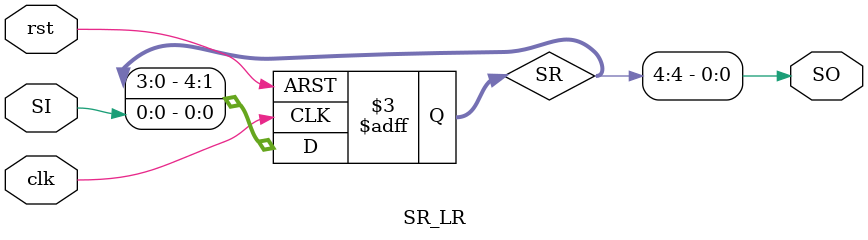
<source format=v>
/**********************************
    5 bit Shift register (<-)
    Async. Reset - Active low
**********************************/

module SR_LR(SO,clk,rst,SI);
input SI,clk,rst;
output SO;
reg [4:0]SR;

always @(posedge clk, negedge rst)
    if(!rst)
        SR<=5'b0;
    else
        SR<= {SR[3:0],SI};

assign SO = SR[4];

endmodule
</source>
